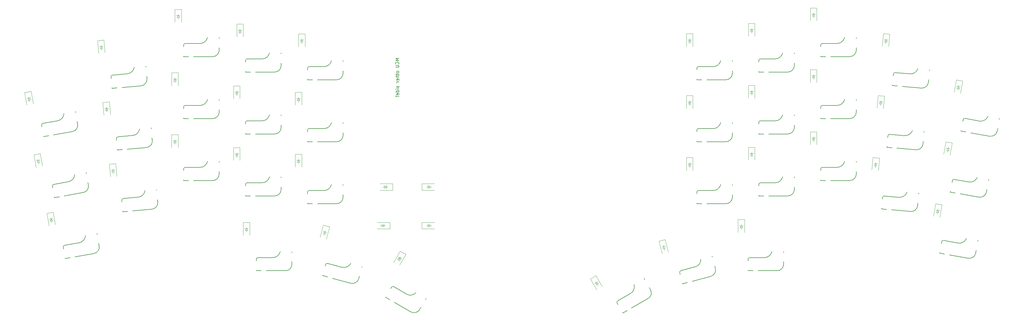
<source format=gbr>
%TF.GenerationSoftware,KiCad,Pcbnew,7.0.7-7.0.7~ubuntu22.04.1*%
%TF.CreationDate,2023-09-08T11:00:04+02:00*%
%TF.ProjectId,abomination,61626f6d-696e-4617-9469-6f6e2e6b6963,rev?*%
%TF.SameCoordinates,Original*%
%TF.FileFunction,Legend,Bot*%
%TF.FilePolarity,Positive*%
%FSLAX46Y46*%
G04 Gerber Fmt 4.6, Leading zero omitted, Abs format (unit mm)*
G04 Created by KiCad (PCBNEW 7.0.7-7.0.7~ubuntu22.04.1) date 2023-09-08 11:00:04*
%MOMM*%
%LPD*%
G01*
G04 APERTURE LIST*
%ADD10C,0.150000*%
%ADD11C,0.120000*%
G04 APERTURE END LIST*
D10*
X153515318Y-74039077D02*
X152515318Y-74039077D01*
X152515318Y-74039077D02*
X153229603Y-74372410D01*
X153229603Y-74372410D02*
X152515318Y-74705743D01*
X152515318Y-74705743D02*
X153515318Y-74705743D01*
X153420079Y-75753362D02*
X153467699Y-75705743D01*
X153467699Y-75705743D02*
X153515318Y-75562886D01*
X153515318Y-75562886D02*
X153515318Y-75467648D01*
X153515318Y-75467648D02*
X153467699Y-75324791D01*
X153467699Y-75324791D02*
X153372460Y-75229553D01*
X153372460Y-75229553D02*
X153277222Y-75181934D01*
X153277222Y-75181934D02*
X153086746Y-75134315D01*
X153086746Y-75134315D02*
X152943889Y-75134315D01*
X152943889Y-75134315D02*
X152753413Y-75181934D01*
X152753413Y-75181934D02*
X152658175Y-75229553D01*
X152658175Y-75229553D02*
X152562937Y-75324791D01*
X152562937Y-75324791D02*
X152515318Y-75467648D01*
X152515318Y-75467648D02*
X152515318Y-75562886D01*
X152515318Y-75562886D02*
X152562937Y-75705743D01*
X152562937Y-75705743D02*
X152610556Y-75753362D01*
X152515318Y-76181934D02*
X153324841Y-76181934D01*
X153324841Y-76181934D02*
X153420079Y-76229553D01*
X153420079Y-76229553D02*
X153467699Y-76277172D01*
X153467699Y-76277172D02*
X153515318Y-76372410D01*
X153515318Y-76372410D02*
X153515318Y-76562886D01*
X153515318Y-76562886D02*
X153467699Y-76658124D01*
X153467699Y-76658124D02*
X153420079Y-76705743D01*
X153420079Y-76705743D02*
X153324841Y-76753362D01*
X153324841Y-76753362D02*
X152515318Y-76753362D01*
X153515318Y-78134315D02*
X153467699Y-78039077D01*
X153467699Y-78039077D02*
X153420079Y-77991458D01*
X153420079Y-77991458D02*
X153324841Y-77943839D01*
X153324841Y-77943839D02*
X153039127Y-77943839D01*
X153039127Y-77943839D02*
X152943889Y-77991458D01*
X152943889Y-77991458D02*
X152896270Y-78039077D01*
X152896270Y-78039077D02*
X152848651Y-78134315D01*
X152848651Y-78134315D02*
X152848651Y-78277172D01*
X152848651Y-78277172D02*
X152896270Y-78372410D01*
X152896270Y-78372410D02*
X152943889Y-78420029D01*
X152943889Y-78420029D02*
X153039127Y-78467648D01*
X153039127Y-78467648D02*
X153324841Y-78467648D01*
X153324841Y-78467648D02*
X153420079Y-78420029D01*
X153420079Y-78420029D02*
X153467699Y-78372410D01*
X153467699Y-78372410D02*
X153515318Y-78277172D01*
X153515318Y-78277172D02*
X153515318Y-78134315D01*
X152848651Y-78753363D02*
X152848651Y-79134315D01*
X152515318Y-78896220D02*
X153372460Y-78896220D01*
X153372460Y-78896220D02*
X153467699Y-78943839D01*
X153467699Y-78943839D02*
X153515318Y-79039077D01*
X153515318Y-79039077D02*
X153515318Y-79134315D01*
X153515318Y-79467649D02*
X152515318Y-79467649D01*
X153515318Y-79896220D02*
X152991508Y-79896220D01*
X152991508Y-79896220D02*
X152896270Y-79848601D01*
X152896270Y-79848601D02*
X152848651Y-79753363D01*
X152848651Y-79753363D02*
X152848651Y-79610506D01*
X152848651Y-79610506D02*
X152896270Y-79515268D01*
X152896270Y-79515268D02*
X152943889Y-79467649D01*
X153467699Y-80753363D02*
X153515318Y-80658125D01*
X153515318Y-80658125D02*
X153515318Y-80467649D01*
X153515318Y-80467649D02*
X153467699Y-80372411D01*
X153467699Y-80372411D02*
X153372460Y-80324792D01*
X153372460Y-80324792D02*
X152991508Y-80324792D01*
X152991508Y-80324792D02*
X152896270Y-80372411D01*
X152896270Y-80372411D02*
X152848651Y-80467649D01*
X152848651Y-80467649D02*
X152848651Y-80658125D01*
X152848651Y-80658125D02*
X152896270Y-80753363D01*
X152896270Y-80753363D02*
X152991508Y-80800982D01*
X152991508Y-80800982D02*
X153086746Y-80800982D01*
X153086746Y-80800982D02*
X153181984Y-80324792D01*
X153515318Y-81229554D02*
X152848651Y-81229554D01*
X153039127Y-81229554D02*
X152943889Y-81277173D01*
X152943889Y-81277173D02*
X152896270Y-81324792D01*
X152896270Y-81324792D02*
X152848651Y-81420030D01*
X152848651Y-81420030D02*
X152848651Y-81515268D01*
X153467699Y-82562888D02*
X153515318Y-82658126D01*
X153515318Y-82658126D02*
X153515318Y-82848602D01*
X153515318Y-82848602D02*
X153467699Y-82943840D01*
X153467699Y-82943840D02*
X153372460Y-82991459D01*
X153372460Y-82991459D02*
X153324841Y-82991459D01*
X153324841Y-82991459D02*
X153229603Y-82943840D01*
X153229603Y-82943840D02*
X153181984Y-82848602D01*
X153181984Y-82848602D02*
X153181984Y-82705745D01*
X153181984Y-82705745D02*
X153134365Y-82610507D01*
X153134365Y-82610507D02*
X153039127Y-82562888D01*
X153039127Y-82562888D02*
X152991508Y-82562888D01*
X152991508Y-82562888D02*
X152896270Y-82610507D01*
X152896270Y-82610507D02*
X152848651Y-82705745D01*
X152848651Y-82705745D02*
X152848651Y-82848602D01*
X152848651Y-82848602D02*
X152896270Y-82943840D01*
X153515318Y-83420031D02*
X152848651Y-83420031D01*
X152515318Y-83420031D02*
X152562937Y-83372412D01*
X152562937Y-83372412D02*
X152610556Y-83420031D01*
X152610556Y-83420031D02*
X152562937Y-83467650D01*
X152562937Y-83467650D02*
X152515318Y-83420031D01*
X152515318Y-83420031D02*
X152610556Y-83420031D01*
X153515318Y-84324792D02*
X152515318Y-84324792D01*
X153467699Y-84324792D02*
X153515318Y-84229554D01*
X153515318Y-84229554D02*
X153515318Y-84039078D01*
X153515318Y-84039078D02*
X153467699Y-83943840D01*
X153467699Y-83943840D02*
X153420079Y-83896221D01*
X153420079Y-83896221D02*
X153324841Y-83848602D01*
X153324841Y-83848602D02*
X153039127Y-83848602D01*
X153039127Y-83848602D02*
X152943889Y-83896221D01*
X152943889Y-83896221D02*
X152896270Y-83943840D01*
X152896270Y-83943840D02*
X152848651Y-84039078D01*
X152848651Y-84039078D02*
X152848651Y-84229554D01*
X152848651Y-84229554D02*
X152896270Y-84324792D01*
X153467699Y-85181935D02*
X153515318Y-85086697D01*
X153515318Y-85086697D02*
X153515318Y-84896221D01*
X153515318Y-84896221D02*
X153467699Y-84800983D01*
X153467699Y-84800983D02*
X153372460Y-84753364D01*
X153372460Y-84753364D02*
X152991508Y-84753364D01*
X152991508Y-84753364D02*
X152896270Y-84800983D01*
X152896270Y-84800983D02*
X152848651Y-84896221D01*
X152848651Y-84896221D02*
X152848651Y-85086697D01*
X152848651Y-85086697D02*
X152896270Y-85181935D01*
X152896270Y-85181935D02*
X152991508Y-85229554D01*
X152991508Y-85229554D02*
X153086746Y-85229554D01*
X153086746Y-85229554D02*
X153181984Y-84753364D01*
X153420079Y-85658126D02*
X153467699Y-85705745D01*
X153467699Y-85705745D02*
X153515318Y-85658126D01*
X153515318Y-85658126D02*
X153467699Y-85610507D01*
X153467699Y-85610507D02*
X153420079Y-85658126D01*
X153420079Y-85658126D02*
X153515318Y-85658126D01*
X153134365Y-85658126D02*
X152562937Y-85610507D01*
X152562937Y-85610507D02*
X152515318Y-85658126D01*
X152515318Y-85658126D02*
X152562937Y-85705745D01*
X152562937Y-85705745D02*
X153134365Y-85658126D01*
X153134365Y-85658126D02*
X152515318Y-85658126D01*
%TO.C,SW3*%
X87330677Y-70397518D02*
X87330677Y-69927518D01*
X87330677Y-73477518D02*
X87330677Y-73247518D01*
X87830677Y-69427518D02*
X92395501Y-69427518D01*
X88880677Y-73477518D02*
X87330677Y-73477518D01*
X96280677Y-73477518D02*
X90380677Y-73477518D01*
X98280677Y-67827518D02*
X98280677Y-67587518D01*
X98280677Y-70677518D02*
X98280677Y-71477518D01*
X87830677Y-69427518D02*
G75*
G03*
X87330677Y-69927518I1J-500001D01*
G01*
X92395501Y-69427517D02*
G75*
G03*
X94689822Y-67587518I866J2349331D01*
G01*
X96280677Y-73477518D02*
G75*
G03*
X98280677Y-71477518I-5J2000005D01*
G01*
%TO.C,SW1*%
X43777914Y-95040526D02*
X43696299Y-94577666D01*
X44312750Y-98073734D02*
X44272811Y-97847228D01*
X44101879Y-93998438D02*
X48597353Y-93205765D01*
X45839202Y-97804579D02*
X44312750Y-98073734D01*
X53126779Y-96519583D02*
X47316414Y-97544107D01*
X54115283Y-90608122D02*
X54073607Y-90371769D01*
X54610180Y-93414825D02*
X54749099Y-94202671D01*
X44101879Y-93998439D02*
G75*
G03*
X43696300Y-94577666I86825J-492404D01*
G01*
X48597353Y-93205764D02*
G75*
G03*
X50537305Y-90995314I-407108J2313792D01*
G01*
X53126779Y-96519583D02*
G75*
G03*
X54749098Y-94202671I-347302J1969620D01*
G01*
%TO.C,SW10*%
X125430677Y-96572518D02*
X125430677Y-96102518D01*
X125430677Y-99652518D02*
X125430677Y-99422518D01*
X125930677Y-95602518D02*
X130495501Y-95602518D01*
X126980677Y-99652518D02*
X125430677Y-99652518D01*
X134380677Y-99652518D02*
X128480677Y-99652518D01*
X136380677Y-94002518D02*
X136380677Y-93762518D01*
X136380677Y-96852518D02*
X136380677Y-97652518D01*
X125930677Y-95602518D02*
G75*
G03*
X125430677Y-96102518I1J-500001D01*
G01*
X130495501Y-95602517D02*
G75*
G03*
X132789822Y-93762518I866J2349331D01*
G01*
X134380677Y-99652518D02*
G75*
G03*
X136380677Y-97652518I-5J2000005D01*
G01*
%TO.C,SW29*%
X264180176Y-94197021D02*
X264180176Y-93727021D01*
X264180176Y-97277021D02*
X264180176Y-97047021D01*
X264680176Y-93227021D02*
X269245000Y-93227021D01*
X265730176Y-97277021D02*
X264180176Y-97277021D01*
X273130176Y-97277021D02*
X267230176Y-97277021D01*
X275130176Y-91627021D02*
X275130176Y-91387021D01*
X275130176Y-94477021D02*
X275130176Y-95277021D01*
X264680176Y-93227021D02*
G75*
G03*
X264180176Y-93727021I1J-500001D01*
G01*
X269245000Y-93227020D02*
G75*
G03*
X271539321Y-91387021I866J2349331D01*
G01*
X273130176Y-97277021D02*
G75*
G03*
X275130176Y-95277021I-5J2000005D01*
G01*
%TO.C,SW13*%
X50393909Y-132561704D02*
X50312294Y-132098844D01*
X50928745Y-135594912D02*
X50888806Y-135368406D01*
X50717874Y-131519616D02*
X55213348Y-130726943D01*
X52455197Y-135325757D02*
X50928745Y-135594912D01*
X59742774Y-134040761D02*
X53932409Y-135065285D01*
X60731278Y-128129300D02*
X60689602Y-127892947D01*
X61226175Y-130936003D02*
X61365094Y-131723849D01*
X50717874Y-131519617D02*
G75*
G03*
X50312295Y-132098844I86825J-492404D01*
G01*
X55213348Y-130726942D02*
G75*
G03*
X57153300Y-128516492I-407108J2313792D01*
G01*
X59742774Y-134040761D02*
G75*
G03*
X61365093Y-131723849I-347302J1969620D01*
G01*
%TO.C,SW9*%
X106380678Y-94197517D02*
X106380678Y-93727517D01*
X106380678Y-97277517D02*
X106380678Y-97047517D01*
X106880678Y-93227517D02*
X111445502Y-93227517D01*
X107930678Y-97277517D02*
X106380678Y-97277517D01*
X115330678Y-97277517D02*
X109430678Y-97277517D01*
X117330678Y-91627517D02*
X117330678Y-91387517D01*
X117330678Y-94477517D02*
X117330678Y-95277517D01*
X106880678Y-93227517D02*
G75*
G03*
X106380678Y-93727517I1J-500001D01*
G01*
X111445502Y-93227516D02*
G75*
G03*
X113739823Y-91387517I866J2349331D01*
G01*
X115330678Y-97277517D02*
G75*
G03*
X117330678Y-95277517I-5J2000005D01*
G01*
%TO.C,SW39*%
X239995867Y-140381069D02*
X239874222Y-139927084D01*
X240793029Y-143356121D02*
X240733501Y-143133958D01*
X240227775Y-139314712D02*
X244637057Y-138133248D01*
X242290214Y-142954951D02*
X240793029Y-143356121D01*
X249438065Y-141039690D02*
X243739103Y-142566723D01*
X249907590Y-135064571D02*
X249845473Y-134832749D01*
X250645224Y-137817460D02*
X250852279Y-138590201D01*
X240227775Y-139314712D02*
G75*
G03*
X239874223Y-139927084I129411J-482963D01*
G01*
X244637057Y-138133248D02*
G75*
G03*
X246376974Y-135762131I-607220J2269506D01*
G01*
X249438065Y-141039690D02*
G75*
G03*
X250852279Y-138590201I-517642J1931854D01*
G01*
%TO.C,SW15*%
X87330678Y-108497518D02*
X87330678Y-108027518D01*
X87330678Y-111577518D02*
X87330678Y-111347518D01*
X87830678Y-107527518D02*
X92395502Y-107527518D01*
X88880678Y-111577518D02*
X87330678Y-111577518D01*
X96280678Y-111577518D02*
X90380678Y-111577518D01*
X98280678Y-105927518D02*
X98280678Y-105687518D01*
X98280678Y-108777518D02*
X98280678Y-109577518D01*
X87830678Y-107527518D02*
G75*
G03*
X87330678Y-108027518I1J-500001D01*
G01*
X92395502Y-107527517D02*
G75*
G03*
X94689823Y-105687518I866J2349331D01*
G01*
X96280678Y-111577518D02*
G75*
G03*
X98280678Y-109577518I-5J2000005D01*
G01*
%TO.C,SW27*%
X326930761Y-93350495D02*
X327012375Y-92887636D01*
X326395924Y-96383703D02*
X326435863Y-96157197D01*
X327591603Y-92482056D02*
X332087077Y-93274729D01*
X327922376Y-96652858D02*
X326395924Y-96383703D01*
X335209954Y-97937854D02*
X329399588Y-96913330D01*
X338160681Y-92720987D02*
X338202357Y-92484633D01*
X337665784Y-95527689D02*
X337526865Y-96315535D01*
X327591603Y-92482056D02*
G75*
G03*
X327012375Y-92887636I-86823J-492405D01*
G01*
X332087077Y-93274729D02*
G75*
G03*
X334666056Y-91861088I408810J2313490D01*
G01*
X335209954Y-97937853D02*
G75*
G03*
X337526865Y-96315535I347292J1969620D01*
G01*
%TO.C,SW31*%
X303878494Y-98287567D02*
X303919458Y-97819356D01*
X303610055Y-101355847D02*
X303630101Y-101126722D01*
X304461133Y-97364836D02*
X309008586Y-97762687D01*
X305154156Y-101490938D02*
X303610055Y-101355847D01*
X312525997Y-102135891D02*
X306648449Y-101621672D01*
X315010817Y-96681702D02*
X315031734Y-96442616D01*
X314762423Y-99520857D02*
X314692698Y-100317813D01*
X304461133Y-97364838D02*
G75*
G03*
X303919459Y-97819356I-43577J-498097D01*
G01*
X309008586Y-97762685D02*
G75*
G03*
X311454544Y-96129652I205621J2340315D01*
G01*
X312525997Y-102135891D02*
G75*
G03*
X314692698Y-100317813I174307J1992395D01*
G01*
%TO.C,SW24*%
X264180176Y-75147020D02*
X264180176Y-74677020D01*
X264180176Y-78227020D02*
X264180176Y-77997020D01*
X264680176Y-74177020D02*
X269245000Y-74177020D01*
X265730176Y-78227020D02*
X264180176Y-78227020D01*
X273130176Y-78227020D02*
X267230176Y-78227020D01*
X275130176Y-72577020D02*
X275130176Y-72337020D01*
X275130176Y-75427020D02*
X275130176Y-76227020D01*
X264680176Y-74177020D02*
G75*
G03*
X264180176Y-74677020I1J-500001D01*
G01*
X269245000Y-74177019D02*
G75*
G03*
X271539321Y-72337020I866J2349331D01*
G01*
X273130176Y-78227020D02*
G75*
G03*
X275130176Y-76227020I-5J2000005D01*
G01*
%TO.C,SW8*%
X87330679Y-89447518D02*
X87330679Y-88977518D01*
X87330679Y-92527518D02*
X87330679Y-92297518D01*
X87830679Y-88477518D02*
X92395503Y-88477518D01*
X88880679Y-92527518D02*
X87330679Y-92527518D01*
X96280679Y-92527518D02*
X90380679Y-92527518D01*
X98280679Y-86877518D02*
X98280679Y-86637518D01*
X98280679Y-89727518D02*
X98280679Y-90527518D01*
X87830679Y-88477518D02*
G75*
G03*
X87330679Y-88977518I1J-500001D01*
G01*
X92395503Y-88477517D02*
G75*
G03*
X94689824Y-86637518I866J2349331D01*
G01*
X96280679Y-92527518D02*
G75*
G03*
X98280679Y-90527518I-5J2000005D01*
G01*
%TO.C,SW40*%
X260880179Y-136247021D02*
X260880179Y-135777021D01*
X260880179Y-139327021D02*
X260880179Y-139097021D01*
X261380179Y-135277021D02*
X265945003Y-135277021D01*
X262430179Y-139327021D02*
X260880179Y-139327021D01*
X269830179Y-139327021D02*
X263930179Y-139327021D01*
X271830179Y-133677021D02*
X271830179Y-133437021D01*
X271830179Y-136527021D02*
X271830179Y-137327021D01*
X261380179Y-135277021D02*
G75*
G03*
X260880179Y-135777021I1J-500001D01*
G01*
X265945003Y-135277020D02*
G75*
G03*
X268239324Y-133437021I866J2349331D01*
G01*
X269830179Y-139327021D02*
G75*
G03*
X271830179Y-137327021I-5J2000005D01*
G01*
%TO.C,SW28*%
X245130176Y-96572022D02*
X245130176Y-96102022D01*
X245130176Y-99652022D02*
X245130176Y-99422022D01*
X245630176Y-95602022D02*
X250195000Y-95602022D01*
X246680176Y-99652022D02*
X245130176Y-99652022D01*
X254080176Y-99652022D02*
X248180176Y-99652022D01*
X256080176Y-94002022D02*
X256080176Y-93762022D01*
X256080176Y-96852022D02*
X256080176Y-97652022D01*
X245630176Y-95602022D02*
G75*
G03*
X245130176Y-96102022I1J-500001D01*
G01*
X250195000Y-95602021D02*
G75*
G03*
X252489321Y-93762022I866J2349331D01*
G01*
X254080176Y-99652022D02*
G75*
G03*
X256080176Y-97652022I-5J2000005D01*
G01*
%TO.C,SW36*%
X302218175Y-117265074D02*
X302259139Y-116796863D01*
X301949736Y-120333354D02*
X301969782Y-120104229D01*
X302800814Y-116342343D02*
X307348267Y-116740194D01*
X303493837Y-120468445D02*
X301949736Y-120333354D01*
X310865678Y-121113398D02*
X304988130Y-120599179D01*
X313350498Y-115659209D02*
X313371415Y-115420123D01*
X313102104Y-118498364D02*
X313032379Y-119295320D01*
X302800814Y-116342345D02*
G75*
G03*
X302259140Y-116796863I-43577J-498097D01*
G01*
X307348267Y-116740192D02*
G75*
G03*
X309794225Y-115107159I205621J2340315D01*
G01*
X310865678Y-121113398D02*
G75*
G03*
X313032379Y-119295320I174307J1992395D01*
G01*
%TO.C,SW32*%
X323622763Y-112111082D02*
X323704377Y-111648223D01*
X323087926Y-115144290D02*
X323127865Y-114917784D01*
X324283605Y-111242643D02*
X328779079Y-112035316D01*
X324614378Y-115413445D02*
X323087926Y-115144290D01*
X331901956Y-116698441D02*
X326091590Y-115673917D01*
X334852683Y-111481574D02*
X334894359Y-111245220D01*
X334357786Y-114288276D02*
X334218867Y-115076122D01*
X324283605Y-111242643D02*
G75*
G03*
X323704377Y-111648223I-86823J-492405D01*
G01*
X328779079Y-112035316D02*
G75*
G03*
X331358058Y-110621675I408810J2313490D01*
G01*
X331901956Y-116698440D02*
G75*
G03*
X334218867Y-115076122I347292J1969620D01*
G01*
%TO.C,SW21*%
X130896518Y-137863350D02*
X131018163Y-137409365D01*
X130099355Y-140838402D02*
X130158884Y-140616239D01*
X131630535Y-137055812D02*
X136039817Y-138237275D01*
X131596540Y-141239571D02*
X130099355Y-140838402D01*
X138744392Y-143154832D02*
X133045429Y-141627800D01*
X142138571Y-138214989D02*
X142200687Y-137983167D01*
X141400936Y-140967878D02*
X141193881Y-141740619D01*
X131630535Y-137055812D02*
G75*
G03*
X131018163Y-137409365I-129408J-482964D01*
G01*
X136039817Y-138237275D02*
G75*
G03*
X138732189Y-137053786I608888J2269056D01*
G01*
X138744392Y-143154831D02*
G75*
G03*
X141193880Y-141740619I517640J1931847D01*
G01*
%TO.C,SW2*%
X65059070Y-80158550D02*
X65018107Y-79690339D01*
X65327510Y-83226830D02*
X65307464Y-82997705D01*
X65472626Y-79148663D02*
X70020080Y-78750813D01*
X66871611Y-83091738D02*
X65327510Y-83226830D01*
X74243452Y-82446786D02*
X68365903Y-82961005D01*
X75743412Y-76643974D02*
X75722494Y-76404888D01*
X75991805Y-79483129D02*
X76061530Y-80280085D01*
X65472626Y-79148665D02*
G75*
G03*
X65018108Y-79690339I43579J-498097D01*
G01*
X70020080Y-78750810D02*
G75*
G03*
X72145303Y-76717851I-203895J2340465D01*
G01*
X74243452Y-82446786D02*
G75*
G03*
X76061530Y-80280085I-174317J1992394D01*
G01*
%TO.C,SW38*%
X220867050Y-149687717D02*
X220632050Y-149280685D01*
X222407050Y-152355075D02*
X222292050Y-152155889D01*
X220815063Y-148597672D02*
X224768316Y-146315260D01*
X223749389Y-151580075D02*
X222407050Y-152355075D01*
X230157977Y-147880075D02*
X225048427Y-150830075D01*
X229065028Y-141987031D02*
X228945028Y-141779185D01*
X230490028Y-144455204D02*
X230890028Y-145148024D01*
X220815063Y-148597672D02*
G75*
G03*
X220632050Y-149280685I250001J-433013D01*
G01*
X224768316Y-146315259D02*
G75*
G03*
X225835256Y-143574612I-1173916J2035013D01*
G01*
X230157977Y-147880075D02*
G75*
G03*
X230890027Y-145148024I-1000005J1732052D01*
G01*
%TO.C,SW16*%
X106380678Y-113247518D02*
X106380678Y-112777518D01*
X106380678Y-116327518D02*
X106380678Y-116097518D01*
X106880678Y-112277518D02*
X111445502Y-112277518D01*
X107930678Y-116327518D02*
X106380678Y-116327518D01*
X115330678Y-116327518D02*
X109430678Y-116327518D01*
X117330678Y-110677518D02*
X117330678Y-110437518D01*
X117330678Y-113527518D02*
X117330678Y-114327518D01*
X106880678Y-112277518D02*
G75*
G03*
X106380678Y-112777518I1J-500001D01*
G01*
X111445502Y-112277517D02*
G75*
G03*
X113739823Y-110437518I866J2349331D01*
G01*
X115330678Y-116327518D02*
G75*
G03*
X117330678Y-114327518I-5J2000005D01*
G01*
%TO.C,SW17*%
X125430677Y-115622518D02*
X125430677Y-115152518D01*
X125430677Y-118702518D02*
X125430677Y-118472518D01*
X125930677Y-114652518D02*
X130495501Y-114652518D01*
X126980677Y-118702518D02*
X125430677Y-118702518D01*
X134380677Y-118702518D02*
X128480677Y-118702518D01*
X136380677Y-113052518D02*
X136380677Y-112812518D01*
X136380677Y-115902518D02*
X136380677Y-116702518D01*
X125930677Y-114652518D02*
G75*
G03*
X125430677Y-115152518I1J-500001D01*
G01*
X130495501Y-114652517D02*
G75*
G03*
X132789822Y-112812518I866J2349331D01*
G01*
X134380677Y-118702518D02*
G75*
G03*
X136380677Y-116702518I-5J2000005D01*
G01*
%TO.C,SW35*%
X283230176Y-108497021D02*
X283230176Y-108027021D01*
X283230176Y-111577021D02*
X283230176Y-111347021D01*
X283730176Y-107527021D02*
X288295000Y-107527021D01*
X284780176Y-111577021D02*
X283230176Y-111577021D01*
X292180176Y-111577021D02*
X286280176Y-111577021D01*
X294180176Y-105927021D02*
X294180176Y-105687021D01*
X294180176Y-108777021D02*
X294180176Y-109577021D01*
X283730176Y-107527021D02*
G75*
G03*
X283230176Y-108027021I1J-500001D01*
G01*
X288295000Y-107527020D02*
G75*
G03*
X290589321Y-105687021I866J2349331D01*
G01*
X292180176Y-111577021D02*
G75*
G03*
X294180176Y-109577021I-5J2000005D01*
G01*
%TO.C,SW23*%
X245130176Y-77522020D02*
X245130176Y-77052020D01*
X245130176Y-80602020D02*
X245130176Y-80372020D01*
X245630176Y-76552020D02*
X250195000Y-76552020D01*
X246680176Y-80602020D02*
X245130176Y-80602020D01*
X254080176Y-80602020D02*
X248180176Y-80602020D01*
X256080176Y-74952020D02*
X256080176Y-74712020D01*
X256080176Y-77802020D02*
X256080176Y-78602020D01*
X245630176Y-76552020D02*
G75*
G03*
X245130176Y-77052020I1J-500001D01*
G01*
X250195000Y-76552019D02*
G75*
G03*
X252489321Y-74712020I866J2349331D01*
G01*
X254080176Y-80602020D02*
G75*
G03*
X256080176Y-78602020I-5J2000005D01*
G01*
%TO.C,SW20*%
X109680678Y-136247517D02*
X109680678Y-135777517D01*
X109680678Y-139327517D02*
X109680678Y-139097517D01*
X110180678Y-135277517D02*
X114745502Y-135277517D01*
X111230678Y-139327517D02*
X109680678Y-139327517D01*
X118630678Y-139327517D02*
X112730678Y-139327517D01*
X120630678Y-133677517D02*
X120630678Y-133437517D01*
X120630678Y-136527517D02*
X120630678Y-137327517D01*
X110180678Y-135277517D02*
G75*
G03*
X109680678Y-135777517I1J-500001D01*
G01*
X114745502Y-135277516D02*
G75*
G03*
X117039823Y-133437517I866J2349331D01*
G01*
X118630678Y-139327517D02*
G75*
G03*
X120630678Y-137327517I-5J2000005D01*
G01*
%TO.C,SW22*%
X150997330Y-144823391D02*
X151232330Y-144416359D01*
X149457330Y-147490749D02*
X149572330Y-147291563D01*
X151915343Y-144233346D02*
X155868596Y-146515758D01*
X150799669Y-148265749D02*
X149457330Y-147490749D01*
X157208257Y-151965749D02*
X152098707Y-149015749D01*
X161765308Y-148072705D02*
X161885308Y-147864859D01*
X160340308Y-150540878D02*
X159940308Y-151233698D01*
X151915342Y-144233347D02*
G75*
G03*
X151232331Y-144416359I-249999J-433013D01*
G01*
X155868597Y-146515757D02*
G75*
G03*
X158775537Y-146069432I1175415J2034147D01*
G01*
X157208257Y-151965748D02*
G75*
G03*
X159940308Y-151233698I999999J1732055D01*
G01*
%TO.C,SW33*%
X245130179Y-115622022D02*
X245130179Y-115152022D01*
X245130179Y-118702022D02*
X245130179Y-118472022D01*
X245630179Y-114652022D02*
X250195003Y-114652022D01*
X246680179Y-118702022D02*
X245130179Y-118702022D01*
X254080179Y-118702022D02*
X248180179Y-118702022D01*
X256080179Y-113052022D02*
X256080179Y-112812022D01*
X256080179Y-115902022D02*
X256080179Y-116702022D01*
X245630179Y-114652022D02*
G75*
G03*
X245130179Y-115152022I1J-500001D01*
G01*
X250195003Y-114652021D02*
G75*
G03*
X252489324Y-112812022I866J2349331D01*
G01*
X254080179Y-118702022D02*
G75*
G03*
X256080179Y-116702022I-5J2000005D01*
G01*
%TO.C,SW7*%
X66719388Y-99136059D02*
X66678425Y-98667848D01*
X66987828Y-102204339D02*
X66967782Y-101975214D01*
X67132944Y-98126172D02*
X71680398Y-97728322D01*
X68531929Y-102069247D02*
X66987828Y-102204339D01*
X75903770Y-101424295D02*
X70026221Y-101938514D01*
X77403730Y-95621483D02*
X77382812Y-95382397D01*
X77652123Y-98460638D02*
X77721848Y-99257594D01*
X67132944Y-98126174D02*
G75*
G03*
X66678426Y-98667848I43579J-498097D01*
G01*
X71680398Y-97728319D02*
G75*
G03*
X73805621Y-95695360I-203895J2340465D01*
G01*
X75903770Y-101424295D02*
G75*
G03*
X77721848Y-99257594I-174317J1992394D01*
G01*
%TO.C,SW26*%
X305538811Y-79310057D02*
X305579775Y-78841846D01*
X305270372Y-82378337D02*
X305290418Y-82149212D01*
X306121450Y-78387326D02*
X310668903Y-78785177D01*
X306814473Y-82513428D02*
X305270372Y-82378337D01*
X314186314Y-83158381D02*
X308308766Y-82644162D01*
X316671134Y-77704192D02*
X316692051Y-77465106D01*
X316422740Y-80543347D02*
X316353015Y-81340303D01*
X306121450Y-78387328D02*
G75*
G03*
X305579776Y-78841846I-43577J-498097D01*
G01*
X310668903Y-78785175D02*
G75*
G03*
X313114861Y-77152142I205621J2340315D01*
G01*
X314186314Y-83158381D02*
G75*
G03*
X316353015Y-81340303I174307J1992395D01*
G01*
%TO.C,SW5*%
X125430679Y-77522518D02*
X125430679Y-77052518D01*
X125430679Y-80602518D02*
X125430679Y-80372518D01*
X125930679Y-76552518D02*
X130495503Y-76552518D01*
X126980679Y-80602518D02*
X125430679Y-80602518D01*
X134380679Y-80602518D02*
X128480679Y-80602518D01*
X136380679Y-74952518D02*
X136380679Y-74712518D01*
X136380679Y-77802518D02*
X136380679Y-78602518D01*
X125930679Y-76552518D02*
G75*
G03*
X125430679Y-77052518I1J-500001D01*
G01*
X130495503Y-76552517D02*
G75*
G03*
X132789824Y-74712518I866J2349331D01*
G01*
X134380679Y-80602518D02*
G75*
G03*
X136380679Y-78602518I-5J2000005D01*
G01*
%TO.C,SW34*%
X264180178Y-113247021D02*
X264180178Y-112777021D01*
X264180178Y-116327021D02*
X264180178Y-116097021D01*
X264680178Y-112277021D02*
X269245002Y-112277021D01*
X265730178Y-116327021D02*
X264180178Y-116327021D01*
X273130178Y-116327021D02*
X267230178Y-116327021D01*
X275130178Y-110677021D02*
X275130178Y-110437021D01*
X275130178Y-113527021D02*
X275130178Y-114327021D01*
X264680178Y-112277021D02*
G75*
G03*
X264180178Y-112777021I1J-500001D01*
G01*
X269245002Y-112277020D02*
G75*
G03*
X271539323Y-110437021I866J2349331D01*
G01*
X273130178Y-116327021D02*
G75*
G03*
X275130178Y-114327021I-5J2000005D01*
G01*
%TO.C,SW37*%
X320314765Y-130871671D02*
X320396379Y-130408812D01*
X319779928Y-133904879D02*
X319819867Y-133678373D01*
X320975607Y-130003232D02*
X325471081Y-130795905D01*
X321306380Y-134174034D02*
X319779928Y-133904879D01*
X328593958Y-135459030D02*
X322783592Y-134434506D01*
X331544685Y-130242163D02*
X331586361Y-130005809D01*
X331049788Y-133048865D02*
X330910869Y-133836711D01*
X320975607Y-130003232D02*
G75*
G03*
X320396379Y-130408812I-86823J-492405D01*
G01*
X325471081Y-130795905D02*
G75*
G03*
X328050060Y-129382264I408810J2313490D01*
G01*
X328593958Y-135459029D02*
G75*
G03*
X330910869Y-133836711I347292J1969620D01*
G01*
%TO.C,SW25*%
X283230178Y-70397020D02*
X283230178Y-69927020D01*
X283230178Y-73477020D02*
X283230178Y-73247020D01*
X283730178Y-69427020D02*
X288295002Y-69427020D01*
X284780178Y-73477020D02*
X283230178Y-73477020D01*
X292180178Y-73477020D02*
X286280178Y-73477020D01*
X294180178Y-67827020D02*
X294180178Y-67587020D01*
X294180178Y-70677020D02*
X294180178Y-71477020D01*
X283730178Y-69427020D02*
G75*
G03*
X283230178Y-69927020I1J-500001D01*
G01*
X288295002Y-69427019D02*
G75*
G03*
X290589323Y-67587020I866J2349331D01*
G01*
X292180178Y-73477020D02*
G75*
G03*
X294180178Y-71477020I-5J2000005D01*
G01*
%TO.C,SW30*%
X283230176Y-89447020D02*
X283230176Y-88977020D01*
X283230176Y-92527020D02*
X283230176Y-92297020D01*
X283730176Y-88477020D02*
X288295000Y-88477020D01*
X284780176Y-92527020D02*
X283230176Y-92527020D01*
X292180176Y-92527020D02*
X286280176Y-92527020D01*
X294180176Y-86877020D02*
X294180176Y-86637020D01*
X294180176Y-89727020D02*
X294180176Y-90527020D01*
X283730176Y-88477020D02*
G75*
G03*
X283230176Y-88977020I1J-500001D01*
G01*
X288295000Y-88477019D02*
G75*
G03*
X290589321Y-86637020I866J2349331D01*
G01*
X292180176Y-92527020D02*
G75*
G03*
X294180176Y-90527020I-5J2000005D01*
G01*
%TO.C,SW4*%
X106380676Y-75147519D02*
X106380676Y-74677519D01*
X106380676Y-78227519D02*
X106380676Y-77997519D01*
X106880676Y-74177519D02*
X111445500Y-74177519D01*
X107930676Y-78227519D02*
X106380676Y-78227519D01*
X115330676Y-78227519D02*
X109430676Y-78227519D01*
X117330676Y-72577519D02*
X117330676Y-72337519D01*
X117330676Y-75427519D02*
X117330676Y-76227519D01*
X106880676Y-74177519D02*
G75*
G03*
X106380676Y-74677519I1J-500001D01*
G01*
X111445500Y-74177518D02*
G75*
G03*
X113739821Y-72337519I866J2349331D01*
G01*
X115330676Y-78227519D02*
G75*
G03*
X117330676Y-76227519I-5J2000005D01*
G01*
%TO.C,SW14*%
X68379706Y-118113568D02*
X68338743Y-117645357D01*
X68648146Y-121181848D02*
X68628100Y-120952723D01*
X68793262Y-117103681D02*
X73340716Y-116705831D01*
X70192247Y-121046756D02*
X68648146Y-121181848D01*
X77564088Y-120401804D02*
X71686539Y-120916023D01*
X79064048Y-114598992D02*
X79043130Y-114359906D01*
X79312441Y-117438147D02*
X79382166Y-118235103D01*
X68793262Y-117103683D02*
G75*
G03*
X68338744Y-117645357I43579J-498097D01*
G01*
X73340716Y-116705828D02*
G75*
G03*
X75465939Y-114672869I-203895J2340465D01*
G01*
X77564088Y-120401804D02*
G75*
G03*
X79382166Y-118235103I-174317J1992394D01*
G01*
%TO.C,SW6*%
X47085911Y-113801115D02*
X47004296Y-113338255D01*
X47620747Y-116834323D02*
X47580808Y-116607817D01*
X47409876Y-112759027D02*
X51905350Y-111966354D01*
X49147199Y-116565168D02*
X47620747Y-116834323D01*
X56434776Y-115280172D02*
X50624411Y-116304696D01*
X57423280Y-109368711D02*
X57381604Y-109132358D01*
X57918177Y-112175414D02*
X58057096Y-112963260D01*
X47409876Y-112759028D02*
G75*
G03*
X47004297Y-113338255I86825J-492404D01*
G01*
X51905350Y-111966353D02*
G75*
G03*
X53845302Y-109755903I-407108J2313792D01*
G01*
X56434776Y-115280172D02*
G75*
G03*
X58057095Y-112963260I-347302J1969620D01*
G01*
D11*
%TO.C,D9*%
X104645502Y-82452298D02*
X104645502Y-86352298D01*
X102645502Y-82452298D02*
X104645502Y-82452298D01*
X102645502Y-82452298D02*
X102645502Y-86352298D01*
X103645502Y-83952298D02*
X103645502Y-84352298D01*
X103645502Y-84352298D02*
X103245502Y-84952298D01*
X103095502Y-84352298D02*
X104195502Y-84352298D01*
X104045502Y-84952298D02*
X103645502Y-84352298D01*
X103245502Y-84952298D02*
X104045502Y-84952298D01*
X103645502Y-85452298D02*
X103645502Y-84952298D01*
%TO.C,D39*%
X235379085Y-129745148D02*
X236388479Y-133512259D01*
X233447233Y-130262786D02*
X235379085Y-129745148D01*
X233447233Y-130262786D02*
X234456628Y-134029897D01*
X234801388Y-131452856D02*
X234904915Y-131839226D01*
X234904915Y-131839226D02*
X234673836Y-132522309D01*
X234373656Y-131981576D02*
X235436175Y-131696875D01*
X235446577Y-132315254D02*
X234904915Y-131839226D01*
X234673836Y-132522309D02*
X235446577Y-132315254D01*
X235189616Y-132901744D02*
X235060207Y-132418781D01*
%TO.C,D29*%
X262983002Y-82302301D02*
X262983002Y-86202301D01*
X260983002Y-82302301D02*
X262983002Y-82302301D01*
X260983002Y-82302301D02*
X260983002Y-86202301D01*
X261983002Y-83802301D02*
X261983002Y-84202301D01*
X261983002Y-84202301D02*
X261583002Y-84802301D01*
X261433002Y-84202301D02*
X262533002Y-84202301D01*
X262383002Y-84802301D02*
X261983002Y-84202301D01*
X261583002Y-84802301D02*
X262383002Y-84802301D01*
X261983002Y-85302301D02*
X261983002Y-84802301D01*
%TO.C,D17*%
X123645503Y-103452298D02*
X123645503Y-107352298D01*
X121645503Y-103452298D02*
X123645503Y-103452298D01*
X121645503Y-103452298D02*
X121645503Y-107352298D01*
X122645503Y-104952298D02*
X122645503Y-105352298D01*
X122645503Y-105352298D02*
X122245503Y-105952298D01*
X122095503Y-105352298D02*
X123195503Y-105352298D01*
X123045503Y-105952298D02*
X122645503Y-105352298D01*
X122245503Y-105952298D02*
X123045503Y-105952298D01*
X122645503Y-106452298D02*
X122645503Y-105952298D01*
%TO.C,D27*%
X326858519Y-80922633D02*
X326181291Y-84763383D01*
X324888904Y-80575336D02*
X326858519Y-80922633D01*
X324888904Y-80575336D02*
X324211676Y-84416087D01*
X325613239Y-82226196D02*
X325543780Y-82620119D01*
X325543780Y-82620119D02*
X325045668Y-83141545D01*
X325002136Y-82524613D02*
X326085424Y-82715626D01*
X325833514Y-83280463D02*
X325543780Y-82620119D01*
X325045668Y-83141545D02*
X325833514Y-83280463D01*
X325352767Y-83703408D02*
X325439591Y-83211004D01*
%TO.C,D18*%
X150793002Y-126439198D02*
X146893002Y-126439198D01*
X150793002Y-124439198D02*
X150793002Y-126439198D01*
X150793002Y-124439198D02*
X146893002Y-124439198D01*
X149293002Y-125439198D02*
X148893002Y-125439198D01*
X148893002Y-125439198D02*
X148293002Y-125039198D01*
X148893002Y-124889198D02*
X148893002Y-125989198D01*
X148293002Y-125839198D02*
X148893002Y-125439198D01*
X148293002Y-125039198D02*
X148293002Y-125839198D01*
X147793002Y-125439198D02*
X148293002Y-125439198D01*
%TO.C,D34*%
X262983000Y-101352301D02*
X262983000Y-105252301D01*
X260983000Y-101352301D02*
X262983000Y-101352301D01*
X260983000Y-101352301D02*
X260983000Y-105252301D01*
X261983000Y-102852301D02*
X261983000Y-103252301D01*
X261983000Y-103252301D02*
X261583000Y-103852301D01*
X261433000Y-103252301D02*
X262533000Y-103252301D01*
X262383000Y-103852301D02*
X261983000Y-103252301D01*
X261583000Y-103852301D02*
X262383000Y-103852301D01*
X261983000Y-104352301D02*
X261983000Y-103852301D01*
%TO.C,D14*%
X66445596Y-106373704D02*
X66785504Y-110258864D01*
X64453207Y-106548016D02*
X66445596Y-106373704D01*
X64453207Y-106548016D02*
X64793114Y-110433175D01*
X65580135Y-107955152D02*
X65614997Y-108353630D01*
X65614997Y-108353630D02*
X65268813Y-108986209D01*
X65067090Y-108401566D02*
X66162905Y-108305694D01*
X66065769Y-108916484D02*
X65614997Y-108353630D01*
X65268813Y-108986209D02*
X66065769Y-108916484D01*
X65710869Y-109449444D02*
X65667291Y-108951347D01*
%TO.C,D24*%
X262983002Y-63252300D02*
X262983002Y-67152300D01*
X260983002Y-63252300D02*
X262983002Y-63252300D01*
X260983002Y-63252300D02*
X260983002Y-67152300D01*
X261983002Y-64752300D02*
X261983002Y-65152300D01*
X261983002Y-65152300D02*
X261583002Y-65752300D01*
X261433002Y-65152300D02*
X262533002Y-65152300D01*
X262383002Y-65752300D02*
X261983002Y-65152300D01*
X261583002Y-65752300D02*
X262383002Y-65752300D01*
X261983002Y-66252300D02*
X261983002Y-65752300D01*
%TO.C,D12*%
X160579601Y-112533697D02*
X164479601Y-112533697D01*
X160579601Y-114533697D02*
X160579601Y-112533697D01*
X160579601Y-114533697D02*
X164479601Y-114533697D01*
X162079601Y-113533697D02*
X162479601Y-113533697D01*
X162479601Y-113533697D02*
X163079601Y-113933697D01*
X162479601Y-114083697D02*
X162479601Y-112983697D01*
X163079601Y-113133697D02*
X162479601Y-113533697D01*
X163079601Y-113933697D02*
X163079601Y-113133697D01*
X163579601Y-113533697D02*
X163079601Y-113533697D01*
%TO.C,D26*%
X304450299Y-66523018D02*
X304110392Y-70408177D01*
X302457910Y-66348706D02*
X304450299Y-66523018D01*
X302457910Y-66348706D02*
X302118002Y-70233866D01*
X303323371Y-67930154D02*
X303288509Y-68328632D01*
X303288509Y-68328632D02*
X302837737Y-68891486D01*
X302740601Y-68280696D02*
X303836416Y-68376568D01*
X303634693Y-68961211D02*
X303288509Y-68328632D01*
X302837737Y-68891486D02*
X303634693Y-68961211D01*
X303192637Y-69424446D02*
X303236215Y-68926349D01*
%TO.C,D21*%
X132193772Y-125787783D02*
X131184377Y-129554894D01*
X130261920Y-125270145D02*
X132193772Y-125787783D01*
X130261920Y-125270145D02*
X129252526Y-129037256D01*
X130839617Y-126977853D02*
X130736090Y-127364223D01*
X130736090Y-127364223D02*
X130194428Y-127840251D01*
X130204830Y-127221872D02*
X131267349Y-127506573D01*
X130967169Y-128047306D02*
X130736090Y-127364223D01*
X130194428Y-127840251D02*
X130967169Y-128047306D01*
X130451389Y-128426741D02*
X130580798Y-127943778D01*
%TO.C,D2*%
X62833096Y-68373704D02*
X63173004Y-72258864D01*
X60840707Y-68548016D02*
X62833096Y-68373704D01*
X60840707Y-68548016D02*
X61180614Y-72433175D01*
X61967635Y-69955152D02*
X62002497Y-70353630D01*
X62002497Y-70353630D02*
X61656313Y-70986209D01*
X61454590Y-70401566D02*
X62550405Y-70305694D01*
X62453269Y-70916484D02*
X62002497Y-70353630D01*
X61656313Y-70986209D02*
X62453269Y-70916484D01*
X62098369Y-71449444D02*
X62054791Y-70951347D01*
%TO.C,D4*%
X105645500Y-63452299D02*
X105645500Y-67352299D01*
X103645500Y-63452299D02*
X105645500Y-63452299D01*
X103645500Y-63452299D02*
X103645500Y-67352299D01*
X104645500Y-64952299D02*
X104645500Y-65352299D01*
X104645500Y-65352299D02*
X104245500Y-65952299D01*
X104095500Y-65352299D02*
X105195500Y-65352299D01*
X105045500Y-65952299D02*
X104645500Y-65352299D01*
X104245500Y-65952299D02*
X105045500Y-65952299D01*
X104645500Y-66452299D02*
X104645500Y-65952299D01*
%TO.C,D25*%
X282033002Y-58489803D02*
X282033002Y-62389803D01*
X280033002Y-58489803D02*
X282033002Y-58489803D01*
X280033002Y-58489803D02*
X280033002Y-62389803D01*
X281033002Y-59989803D02*
X281033002Y-60389803D01*
X281033002Y-60389803D02*
X280633002Y-60989803D01*
X280483002Y-60389803D02*
X281583002Y-60389803D01*
X281433002Y-60989803D02*
X281033002Y-60389803D01*
X280633002Y-60989803D02*
X281433002Y-60989803D01*
X281033002Y-61489803D02*
X281033002Y-60989803D01*
%TO.C,D20*%
X107645502Y-124452298D02*
X107645502Y-128352298D01*
X105645502Y-124452298D02*
X107645502Y-124452298D01*
X105645502Y-124452298D02*
X105645502Y-128352298D01*
X106645502Y-125952298D02*
X106645502Y-126352298D01*
X106645502Y-126352298D02*
X106245502Y-126952298D01*
X106095502Y-126352298D02*
X107195502Y-126352298D01*
X107045502Y-126952298D02*
X106645502Y-126352298D01*
X106245502Y-126952298D02*
X107045502Y-126952298D01*
X106645502Y-127452298D02*
X106645502Y-126952298D01*
%TO.C,D10*%
X123645501Y-84452298D02*
X123645501Y-88352298D01*
X121645501Y-84452298D02*
X123645501Y-84452298D01*
X121645501Y-84452298D02*
X121645501Y-88352298D01*
X122645501Y-85952298D02*
X122645501Y-86352298D01*
X122645501Y-86352298D02*
X122245501Y-86952298D01*
X122095501Y-86352298D02*
X123195501Y-86352298D01*
X123045501Y-86952298D02*
X122645501Y-86352298D01*
X122245501Y-86952298D02*
X123045501Y-86952298D01*
X122645501Y-87452298D02*
X122645501Y-86952298D01*
%TO.C,D35*%
X282033003Y-96589801D02*
X282033003Y-100489801D01*
X280033003Y-96589801D02*
X282033003Y-96589801D01*
X280033003Y-96589801D02*
X280033003Y-100489801D01*
X281033003Y-98089801D02*
X281033003Y-98489801D01*
X281033003Y-98489801D02*
X280633003Y-99089801D01*
X280483003Y-98489801D02*
X281583003Y-98489801D01*
X281433003Y-99089801D02*
X281033003Y-98489801D01*
X280633003Y-99089801D02*
X281433003Y-99089801D01*
X281033003Y-99589801D02*
X281033003Y-99089801D01*
%TO.C,D6*%
X43239601Y-103312833D02*
X43916829Y-107153584D01*
X41269986Y-103660130D02*
X43239601Y-103312833D01*
X41269986Y-103660130D02*
X41947214Y-107500880D01*
X42515266Y-104963693D02*
X42584725Y-105357616D01*
X42584725Y-105357616D02*
X42294991Y-106017960D01*
X42043081Y-105453123D02*
X43126369Y-105262110D01*
X43082837Y-105879042D02*
X42584725Y-105357616D01*
X42294991Y-106017960D02*
X43082837Y-105879042D01*
X42775738Y-106440905D02*
X42688914Y-105948501D01*
%TO.C,D23*%
X243933003Y-66427301D02*
X243933003Y-70327301D01*
X241933003Y-66427301D02*
X243933003Y-66427301D01*
X241933003Y-66427301D02*
X241933003Y-70327301D01*
X242933003Y-67927301D02*
X242933003Y-68327301D01*
X242933003Y-68327301D02*
X242533003Y-68927301D01*
X242383003Y-68327301D02*
X243483003Y-68327301D01*
X243333003Y-68927301D02*
X242933003Y-68327301D01*
X242533003Y-68927301D02*
X243333003Y-68927301D01*
X242933003Y-69427301D02*
X242933003Y-68927301D01*
%TO.C,D28*%
X243933005Y-85477299D02*
X243933005Y-89377299D01*
X241933005Y-85477299D02*
X243933005Y-85477299D01*
X241933005Y-85477299D02*
X241933005Y-89377299D01*
X242933005Y-86977299D02*
X242933005Y-87377299D01*
X242933005Y-87377299D02*
X242533005Y-87977299D01*
X242383005Y-87377299D02*
X243483005Y-87377299D01*
X243333005Y-87977299D02*
X242933005Y-87377299D01*
X242533005Y-87977299D02*
X243333005Y-87977299D01*
X242933005Y-88477299D02*
X242933005Y-87977299D01*
%TO.C,D3*%
X86645501Y-58902299D02*
X86645501Y-62802299D01*
X84645501Y-58902299D02*
X86645501Y-58902299D01*
X84645501Y-58902299D02*
X84645501Y-62802299D01*
X85645501Y-60402299D02*
X85645501Y-60802299D01*
X85645501Y-60802299D02*
X85245501Y-61402299D01*
X85095501Y-60802299D02*
X86195501Y-60802299D01*
X86045501Y-61402299D02*
X85645501Y-60802299D01*
X85245501Y-61402299D02*
X86045501Y-61402299D01*
X85645501Y-61902299D02*
X85645501Y-61402299D01*
%TO.C,D19*%
X160579603Y-124439197D02*
X164479603Y-124439197D01*
X160579603Y-126439197D02*
X160579603Y-124439197D01*
X160579603Y-126439197D02*
X164479603Y-126439197D01*
X162079603Y-125439197D02*
X162479603Y-125439197D01*
X162479603Y-125439197D02*
X163079603Y-125839197D01*
X162479603Y-125989197D02*
X162479603Y-124889197D01*
X163079603Y-125039197D02*
X162479603Y-125439197D01*
X163079603Y-125839197D02*
X163079603Y-125039197D01*
X163579603Y-125439197D02*
X163079603Y-125439197D01*
%TO.C,D36*%
X301275298Y-104623017D02*
X300935391Y-108508176D01*
X299282909Y-104448705D02*
X301275298Y-104623017D01*
X299282909Y-104448705D02*
X298943001Y-108333865D01*
X300148370Y-106030153D02*
X300113508Y-106428631D01*
X300113508Y-106428631D02*
X299662736Y-106991485D01*
X299565600Y-106380695D02*
X300661415Y-106476567D01*
X300459692Y-107061210D02*
X300113508Y-106428631D01*
X299662736Y-106991485D02*
X300459692Y-107061210D01*
X300017636Y-107524445D02*
X300061214Y-107026348D01*
%TO.C,D15*%
X85645502Y-97452301D02*
X85645502Y-101352301D01*
X83645502Y-97452301D02*
X85645502Y-97452301D01*
X83645502Y-97452301D02*
X83645502Y-101352301D01*
X84645502Y-98952301D02*
X84645502Y-99352301D01*
X84645502Y-99352301D02*
X84245502Y-99952301D01*
X84095502Y-99352301D02*
X85195502Y-99352301D01*
X85045502Y-99952301D02*
X84645502Y-99352301D01*
X84245502Y-99952301D02*
X85045502Y-99952301D01*
X84645502Y-100452301D02*
X84645502Y-99952301D01*
%TO.C,D32*%
X323683519Y-99972629D02*
X323006291Y-103813379D01*
X321713904Y-99625332D02*
X323683519Y-99972629D01*
X321713904Y-99625332D02*
X321036676Y-103466083D01*
X322438239Y-101276192D02*
X322368780Y-101670115D01*
X322368780Y-101670115D02*
X321870668Y-102191541D01*
X321827136Y-101574609D02*
X322910424Y-101765622D01*
X322658514Y-102330459D02*
X322368780Y-101670115D01*
X321870668Y-102191541D02*
X322658514Y-102330459D01*
X322177767Y-102753404D02*
X322264591Y-102261000D01*
%TO.C,D11*%
X151586700Y-114533698D02*
X147686700Y-114533698D01*
X151586700Y-112533698D02*
X151586700Y-114533698D01*
X151586700Y-112533698D02*
X147686700Y-112533698D01*
X150086700Y-113533698D02*
X149686700Y-113533698D01*
X149686700Y-113533698D02*
X149086700Y-113133698D01*
X149686700Y-112983698D02*
X149686700Y-114083698D01*
X149086700Y-113933698D02*
X149686700Y-113533698D01*
X149086700Y-113133698D02*
X149086700Y-113933698D01*
X148586700Y-113533698D02*
X149086700Y-113533698D01*
%TO.C,D16*%
X104645502Y-101452298D02*
X104645502Y-105352298D01*
X102645502Y-101452298D02*
X104645502Y-101452298D01*
X102645502Y-101452298D02*
X102645502Y-105352298D01*
X103645502Y-102952298D02*
X103645502Y-103352298D01*
X103645502Y-103352298D02*
X103245502Y-103952298D01*
X103095502Y-103352298D02*
X104195502Y-103352298D01*
X104045502Y-103952298D02*
X103645502Y-103352298D01*
X103245502Y-103952298D02*
X104045502Y-103952298D01*
X103645502Y-104452298D02*
X103645502Y-103952298D01*
%TO.C,D8*%
X85645503Y-78452299D02*
X85645503Y-82352299D01*
X83645503Y-78452299D02*
X85645503Y-78452299D01*
X83645503Y-78452299D02*
X83645503Y-82352299D01*
X84645503Y-79952299D02*
X84645503Y-80352299D01*
X84645503Y-80352299D02*
X84245503Y-80952299D01*
X84095503Y-80352299D02*
X85195503Y-80352299D01*
X85045503Y-80952299D02*
X84645503Y-80352299D01*
X84245503Y-80952299D02*
X85045503Y-80952299D01*
X84645503Y-81452299D02*
X84645503Y-80952299D01*
%TO.C,D40*%
X259808003Y-123577303D02*
X259808003Y-127477303D01*
X257808003Y-123577303D02*
X259808003Y-123577303D01*
X257808003Y-123577303D02*
X257808003Y-127477303D01*
X258808003Y-125077303D02*
X258808003Y-125477303D01*
X258808003Y-125477303D02*
X258408003Y-126077303D01*
X258258003Y-125477303D02*
X259358003Y-125477303D01*
X259208003Y-126077303D02*
X258808003Y-125477303D01*
X258408003Y-126077303D02*
X259208003Y-126077303D01*
X258808003Y-126577303D02*
X258808003Y-126077303D01*
%TO.C,D33*%
X243933004Y-104527302D02*
X243933004Y-108427302D01*
X241933004Y-104527302D02*
X243933004Y-104527302D01*
X241933004Y-104527302D02*
X241933004Y-108427302D01*
X242933004Y-106027302D02*
X242933004Y-106427302D01*
X242933004Y-106427302D02*
X242533004Y-107027302D01*
X242383004Y-106427302D02*
X243483004Y-106427302D01*
X243333004Y-107027302D02*
X242933004Y-106427302D01*
X242533004Y-107027302D02*
X243333004Y-107027302D01*
X242933004Y-107527302D02*
X242933004Y-107027302D01*
%TO.C,D7*%
X64445594Y-87373704D02*
X64785502Y-91258864D01*
X62453205Y-87548016D02*
X64445594Y-87373704D01*
X62453205Y-87548016D02*
X62793112Y-91433175D01*
X63580133Y-88955152D02*
X63614995Y-89353630D01*
X63614995Y-89353630D02*
X63268811Y-89986209D01*
X63067088Y-89401566D02*
X64162903Y-89305694D01*
X64065767Y-89916484D02*
X63614995Y-89353630D01*
X63268811Y-89986209D02*
X64065767Y-89916484D01*
X63710867Y-90449444D02*
X63667289Y-89951347D01*
%TO.C,D1*%
X40402101Y-84162832D02*
X41079329Y-88003583D01*
X38432486Y-84510129D02*
X40402101Y-84162832D01*
X38432486Y-84510129D02*
X39109714Y-88350879D01*
X39677766Y-85813692D02*
X39747225Y-86207615D01*
X39747225Y-86207615D02*
X39457491Y-86867959D01*
X39205581Y-86303122D02*
X40288869Y-86112109D01*
X40245337Y-86729041D02*
X39747225Y-86207615D01*
X39457491Y-86867959D02*
X40245337Y-86729041D01*
X39938238Y-87290904D02*
X39851414Y-86798500D01*
%TO.C,D30*%
X282033003Y-77477302D02*
X282033003Y-81377302D01*
X280033003Y-77477302D02*
X282033003Y-77477302D01*
X280033003Y-77477302D02*
X280033003Y-81377302D01*
X281033003Y-78977302D02*
X281033003Y-79377302D01*
X281033003Y-79377302D02*
X280633003Y-79977302D01*
X280483003Y-79377302D02*
X281583003Y-79377302D01*
X281433003Y-79977302D02*
X281033003Y-79377302D01*
X280633003Y-79977302D02*
X281433003Y-79977302D01*
X281033003Y-80477302D02*
X281033003Y-79977302D01*
%TO.C,D22*%
X155636527Y-134253742D02*
X153686527Y-137631241D01*
X153904477Y-133253742D02*
X155636527Y-134253742D01*
X153904477Y-133253742D02*
X151954477Y-136631241D01*
X154020502Y-135052780D02*
X153820502Y-135399190D01*
X153820502Y-135399190D02*
X153174092Y-135718805D01*
X153344188Y-135124190D02*
X154296816Y-135674190D01*
X153866912Y-136118805D02*
X153820502Y-135399190D01*
X153174092Y-135718805D02*
X153866912Y-136118805D01*
X153270502Y-136351818D02*
X153520502Y-135918805D01*
%TO.C,D37*%
X320508516Y-119022631D02*
X319831288Y-122863381D01*
X318538901Y-118675334D02*
X320508516Y-119022631D01*
X318538901Y-118675334D02*
X317861673Y-122516085D01*
X319263236Y-120326194D02*
X319193777Y-120720117D01*
X319193777Y-120720117D02*
X318695665Y-121241543D01*
X318652133Y-120624611D02*
X319735421Y-120815624D01*
X319483511Y-121380461D02*
X319193777Y-120720117D01*
X318695665Y-121241543D02*
X319483511Y-121380461D01*
X319002764Y-121803406D02*
X319089588Y-121311002D01*
%TO.C,D5*%
X124645502Y-66452296D02*
X124645502Y-70352296D01*
X122645502Y-66452296D02*
X124645502Y-66452296D01*
X122645502Y-66452296D02*
X122645502Y-70352296D01*
X123645502Y-67952296D02*
X123645502Y-68352296D01*
X123645502Y-68352296D02*
X123245502Y-68952296D01*
X123095502Y-68352296D02*
X124195502Y-68352296D01*
X124045502Y-68952296D02*
X123645502Y-68352296D01*
X123245502Y-68952296D02*
X124045502Y-68952296D01*
X123645502Y-69452296D02*
X123645502Y-68952296D01*
%TO.C,D31*%
X302862798Y-85573019D02*
X302522891Y-89458178D01*
X300870409Y-85398707D02*
X302862798Y-85573019D01*
X300870409Y-85398707D02*
X300530501Y-89283867D01*
X301735870Y-86980155D02*
X301701008Y-87378633D01*
X301701008Y-87378633D02*
X301250236Y-87941487D01*
X301153100Y-87330697D02*
X302248915Y-87426569D01*
X302047192Y-88011212D02*
X301701008Y-87378633D01*
X301250236Y-87941487D02*
X302047192Y-88011212D01*
X301605136Y-88474447D02*
X301648714Y-87976350D01*
%TO.C,D38*%
X214099027Y-140841244D02*
X216049027Y-144218743D01*
X212366977Y-141841244D02*
X214099027Y-140841244D01*
X212366977Y-141841244D02*
X214316977Y-145218743D01*
X213983002Y-142640282D02*
X214183002Y-142986692D01*
X214183002Y-142986692D02*
X214136592Y-143706307D01*
X213706688Y-143261692D02*
X214659316Y-142711692D01*
X214829412Y-143306307D02*
X214183002Y-142986692D01*
X214136592Y-143706307D02*
X214829412Y-143306307D01*
X214733002Y-143939320D02*
X214483002Y-143506307D01*
%TO.C,D13*%
X47239600Y-121312833D02*
X47916828Y-125153584D01*
X45269985Y-121660130D02*
X47239600Y-121312833D01*
X45269985Y-121660130D02*
X45947213Y-125500880D01*
X46515265Y-122963693D02*
X46584724Y-123357616D01*
X46584724Y-123357616D02*
X46294990Y-124017960D01*
X46043080Y-123453123D02*
X47126368Y-123262110D01*
X47082836Y-123879042D02*
X46584724Y-123357616D01*
X46294990Y-124017960D02*
X47082836Y-123879042D01*
X46775737Y-124440905D02*
X46688913Y-123948501D01*
%TD*%
M02*

</source>
